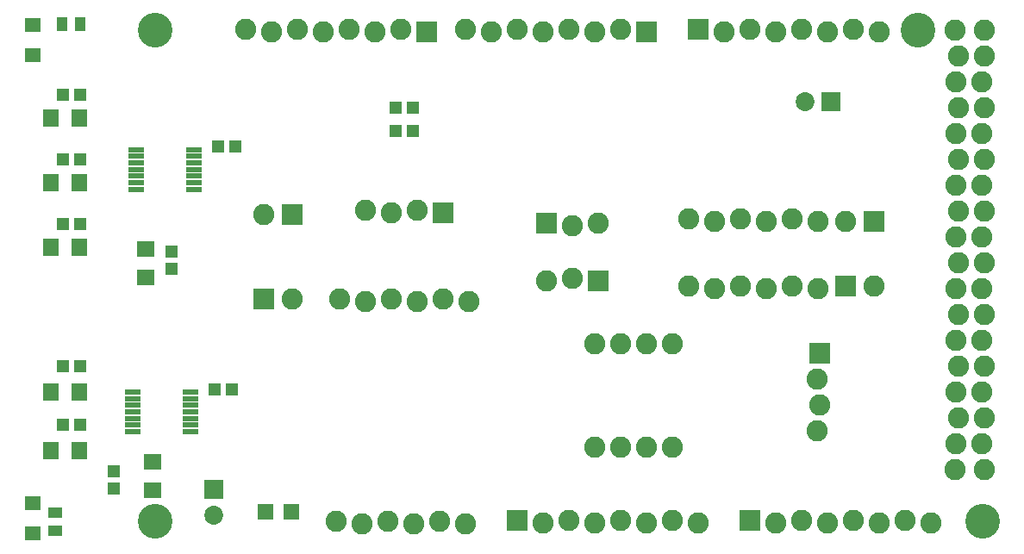
<source format=gts>
G75*
%MOIN*%
%OFA0B0*%
%FSLAX24Y24*%
%IPPOS*%
%LPD*%
%AMOC8*
5,1,8,0,0,1.08239X$1,22.5*
%
%ADD10C,0.1340*%
%ADD11R,0.0820X0.0820*%
%ADD12C,0.0820*%
%ADD13R,0.0635X0.0635*%
%ADD14R,0.0631X0.0552*%
%ADD15R,0.0640X0.0220*%
%ADD16R,0.0631X0.0710*%
%ADD17R,0.0513X0.0474*%
%ADD18R,0.0710X0.0631*%
%ADD19R,0.0474X0.0513*%
%ADD20R,0.0552X0.0395*%
%ADD21R,0.0395X0.0552*%
%ADD22C,0.0730*%
%ADD23R,0.0730X0.0730*%
D10*
X006300Y001300D03*
X038300Y001300D03*
X035800Y020300D03*
X006300Y020300D03*
D11*
X016800Y020250D03*
X025300Y020250D03*
X027300Y020350D03*
X017425Y013250D03*
X021425Y012850D03*
X023425Y010625D03*
X031975Y007800D03*
X033000Y010425D03*
X034100Y012925D03*
X029300Y001350D03*
X020300Y001350D03*
X010500Y009925D03*
X011600Y013175D03*
D12*
X010500Y013175D03*
X014425Y013350D03*
X015425Y013250D03*
X016425Y013350D03*
X021425Y010625D03*
X022425Y010725D03*
X022425Y012750D03*
X023425Y012850D03*
X026925Y013025D03*
X027925Y012925D03*
X028925Y013025D03*
X029925Y012925D03*
X030925Y013025D03*
X031925Y012925D03*
X033000Y012925D03*
X037250Y012300D03*
X038250Y012300D03*
X038350Y011300D03*
X037350Y011300D03*
X037250Y010300D03*
X038250Y010300D03*
X038350Y009300D03*
X037350Y009300D03*
X037250Y008300D03*
X038250Y008300D03*
X038350Y007300D03*
X037350Y007300D03*
X037250Y006300D03*
X038250Y006300D03*
X038350Y005300D03*
X037350Y005300D03*
X037250Y004300D03*
X038250Y004300D03*
X038370Y003300D03*
X037230Y003300D03*
X035300Y001350D03*
X034300Y001250D03*
X033300Y001350D03*
X032300Y001250D03*
X031300Y001350D03*
X030300Y001250D03*
X027300Y001250D03*
X026300Y001350D03*
X025300Y001250D03*
X024300Y001350D03*
X023300Y001250D03*
X022300Y001350D03*
X021300Y001250D03*
X018300Y001200D03*
X017300Y001300D03*
X016300Y001200D03*
X015300Y001300D03*
X014300Y001200D03*
X013300Y001300D03*
X023300Y004175D03*
X024300Y004175D03*
X025300Y004175D03*
X026300Y004175D03*
X031875Y004800D03*
X031975Y005800D03*
X031875Y006800D03*
X026300Y008175D03*
X025300Y008175D03*
X024300Y008175D03*
X023300Y008175D03*
X026925Y010425D03*
X027925Y010325D03*
X028925Y010425D03*
X029925Y010325D03*
X030925Y010425D03*
X031925Y010325D03*
X034100Y010425D03*
X037350Y013300D03*
X038350Y013300D03*
X038250Y014300D03*
X037250Y014300D03*
X037350Y015300D03*
X038350Y015300D03*
X038250Y016300D03*
X037250Y016300D03*
X037350Y017300D03*
X038350Y017300D03*
X038250Y018300D03*
X037250Y018300D03*
X037350Y019300D03*
X038350Y019300D03*
X038370Y020300D03*
X037230Y020300D03*
X034300Y020250D03*
X033300Y020350D03*
X032300Y020250D03*
X031300Y020350D03*
X030300Y020250D03*
X029300Y020350D03*
X028300Y020250D03*
X024300Y020350D03*
X023300Y020250D03*
X022300Y020350D03*
X021300Y020250D03*
X020300Y020350D03*
X019300Y020250D03*
X018300Y020350D03*
X015800Y020350D03*
X014800Y020250D03*
X013800Y020350D03*
X012800Y020250D03*
X011800Y020350D03*
X010800Y020250D03*
X009800Y020350D03*
X011600Y009925D03*
X013425Y009925D03*
X014425Y009825D03*
X015425Y009925D03*
X016425Y009825D03*
X017425Y009925D03*
X018425Y009825D03*
X036300Y001250D03*
D13*
X011550Y001675D03*
X010550Y001675D03*
D14*
X001550Y000834D03*
X001550Y002016D03*
X001550Y019334D03*
X001550Y020516D03*
D15*
X005555Y015695D03*
X005555Y015435D03*
X005555Y015185D03*
X005555Y014925D03*
X005555Y014665D03*
X005555Y014415D03*
X005555Y014155D03*
X007795Y014155D03*
X007795Y014415D03*
X007795Y014665D03*
X007795Y014925D03*
X007795Y015185D03*
X007795Y015435D03*
X007795Y015695D03*
X007670Y006320D03*
X007670Y006060D03*
X007670Y005810D03*
X007670Y005550D03*
X007670Y005290D03*
X007670Y005040D03*
X007670Y004780D03*
X005430Y004780D03*
X005430Y005040D03*
X005430Y005290D03*
X005430Y005550D03*
X005430Y005810D03*
X005430Y006060D03*
X005430Y006320D03*
D16*
X003351Y006300D03*
X002249Y006300D03*
X002249Y004050D03*
X003351Y004050D03*
X003351Y011925D03*
X002249Y011925D03*
X002249Y014425D03*
X003351Y014425D03*
X003351Y016925D03*
X002249Y016925D03*
D17*
X002715Y017800D03*
X003385Y017800D03*
X003385Y015300D03*
X002715Y015300D03*
X002715Y012800D03*
X003385Y012800D03*
X008715Y015800D03*
X009385Y015800D03*
X015590Y016425D03*
X016260Y016425D03*
X016260Y017300D03*
X015590Y017300D03*
X003385Y007300D03*
X002715Y007300D03*
X002715Y005050D03*
X003385Y005050D03*
X008590Y006425D03*
X009260Y006425D03*
D18*
X006175Y003601D03*
X006175Y002499D03*
X005925Y010749D03*
X005925Y011851D03*
D19*
X006925Y011760D03*
X006925Y011090D03*
X004675Y003260D03*
X004675Y002590D03*
D20*
X002425Y001654D03*
X002425Y000946D03*
D21*
X002696Y020550D03*
X003404Y020550D03*
D22*
X031425Y017550D03*
X008550Y001550D03*
D23*
X008550Y002550D03*
X032425Y017550D03*
M02*

</source>
